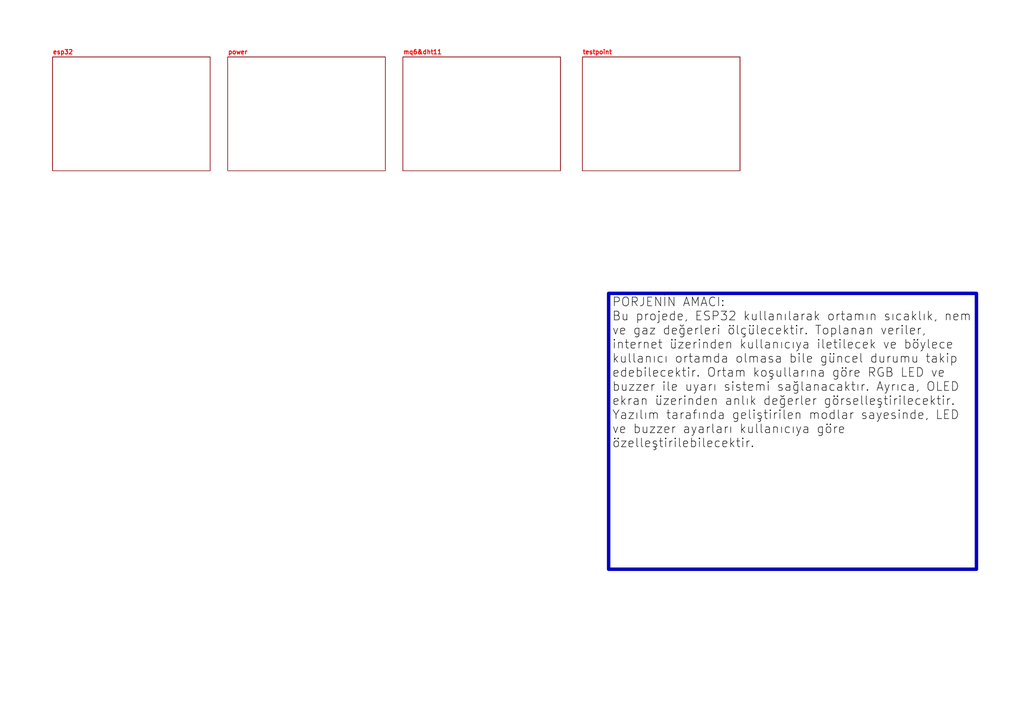
<source format=kicad_sch>
(kicad_sch
	(version 20250114)
	(generator "eeschema")
	(generator_version "9.0")
	(uuid "3df66dc0-218e-4e7a-93bd-0498e2180b6d")
	(paper "A4")
	(title_block
		(title "Akıllı_Sensor_Takip")
		(date "2025-09-22")
		(rev "AA")
		(company "Mahsun Can AKGÜL")
		(comment 1 "mahsuncanakgul06@gmail.com")
	)
	(lib_symbols)
	(text_box "PORJENİN AMACI:\nBu projede, ESP32 kullanılarak ortamın sıcaklık, nem ve gaz değerleri ölçülecektir. Toplanan veriler, internet üzerinden kullanıcıya iletilecek ve böylece kullanıcı ortamda olmasa bile güncel durumu takip edebilecektir. Ortam koşullarına göre RGB LED ve buzzer ile uyarı sistemi sağlanacaktır. Ayrıca, OLED ekran üzerinden anlık değerler görselleştirilecektir. Yazılım tarafında geliştirilen modlar sayesinde, LED ve buzzer ayarları kullanıcıya göre özelleştirilebilecektir."
		(exclude_from_sim no)
		(at 176.53 85.09 0)
		(size 106.68 80.01)
		(margins 0.9525 0.9525 0.9525 0.9525)
		(stroke
			(width 1)
			(type solid)
		)
		(fill
			(type color)
			(color 255 255 255 1)
		)
		(effects
			(font
				(size 2.54 2.54)
				(color 0 0 0 1)
			)
			(justify left top)
		)
		(uuid "badf3d2c-b321-4d60-9a85-3edc6823756a")
	)
	(sheet
		(at 168.91 16.51)
		(size 45.72 33.02)
		(exclude_from_sim no)
		(in_bom yes)
		(on_board yes)
		(dnp no)
		(fields_autoplaced yes)
		(stroke
			(width 0.1524)
			(type solid)
		)
		(fill
			(color 0 0 0 0.0000)
		)
		(uuid "01e533c9-73b4-41ae-badb-487009beef82")
		(property "Sheetname" "testpoint"
			(at 168.91 15.7984 0)
			(effects
				(font
					(size 1.27 1.27)
					(thickness 0.254)
					(bold yes)
					(color 255 0 0 1)
				)
				(justify left bottom)
			)
		)
		(property "Sheetfile" "testpoint.kicad_sch"
			(at 168.91 50.1146 0)
			(effects
				(font
					(size 1.27 1.27)
				)
				(justify left top)
				(hide yes)
			)
		)
		(instances
			(project "Akıllı_Sensor_takip"
				(path "/3df66dc0-218e-4e7a-93bd-0498e2180b6d"
					(page "5")
				)
			)
		)
	)
	(sheet
		(at 116.84 16.51)
		(size 45.72 33.02)
		(exclude_from_sim no)
		(in_bom yes)
		(on_board yes)
		(dnp no)
		(fields_autoplaced yes)
		(stroke
			(width 0.1524)
			(type solid)
		)
		(fill
			(color 0 0 0 0.0000)
		)
		(uuid "4ea5c2ab-f6d3-4598-84a2-6048acc9ecc0")
		(property "Sheetname" "mq6&dht11"
			(at 116.84 15.7984 0)
			(effects
				(font
					(size 1.27 1.27)
					(thickness 0.254)
					(bold yes)
					(color 255 0 0 1)
				)
				(justify left bottom)
			)
		)
		(property "Sheetfile" "mq4.kicad_sch"
			(at 116.84 50.1146 0)
			(effects
				(font
					(size 1.27 1.27)
				)
				(justify left top)
				(hide yes)
			)
		)
		(instances
			(project "Akıllı_Sensor_takip"
				(path "/3df66dc0-218e-4e7a-93bd-0498e2180b6d"
					(page "4")
				)
			)
		)
	)
	(sheet
		(at 15.24 16.51)
		(size 45.72 33.02)
		(exclude_from_sim no)
		(in_bom yes)
		(on_board yes)
		(dnp no)
		(fields_autoplaced yes)
		(stroke
			(width 0.1524)
			(type solid)
		)
		(fill
			(color 0 0 0 0.0000)
		)
		(uuid "918faac6-1a05-4005-a314-a25166de4797")
		(property "Sheetname" "esp32"
			(at 15.24 15.7984 0)
			(effects
				(font
					(size 1.27 1.27)
					(thickness 0.254)
					(bold yes)
					(color 255 0 0 1)
				)
				(justify left bottom)
			)
		)
		(property "Sheetfile" "esp32.kicad_sch"
			(at 15.24 50.1146 0)
			(effects
				(font
					(size 1.27 1.27)
				)
				(justify left top)
				(hide yes)
			)
		)
		(instances
			(project "Akıllı_Sensor_takip"
				(path "/3df66dc0-218e-4e7a-93bd-0498e2180b6d"
					(page "2")
				)
			)
		)
	)
	(sheet
		(at 66.04 16.51)
		(size 45.72 33.02)
		(exclude_from_sim no)
		(in_bom yes)
		(on_board yes)
		(dnp no)
		(fields_autoplaced yes)
		(stroke
			(width 0.1524)
			(type solid)
		)
		(fill
			(color 0 0 0 0.0000)
		)
		(uuid "f0b1921b-7b67-456a-a971-557661c3d88c")
		(property "Sheetname" "power"
			(at 66.04 15.7984 0)
			(effects
				(font
					(size 1.27 1.27)
					(thickness 0.254)
					(bold yes)
					(color 255 0 0 1)
				)
				(justify left bottom)
			)
		)
		(property "Sheetfile" "power.kicad_sch"
			(at 66.04 50.1146 0)
			(effects
				(font
					(size 1.27 1.27)
				)
				(justify left top)
				(hide yes)
			)
		)
		(instances
			(project "Akıllı_Sensor_takip"
				(path "/3df66dc0-218e-4e7a-93bd-0498e2180b6d"
					(page "3")
				)
			)
		)
	)
	(sheet_instances
		(path "/"
			(page "1")
		)
	)
	(embedded_fonts no)
)

</source>
